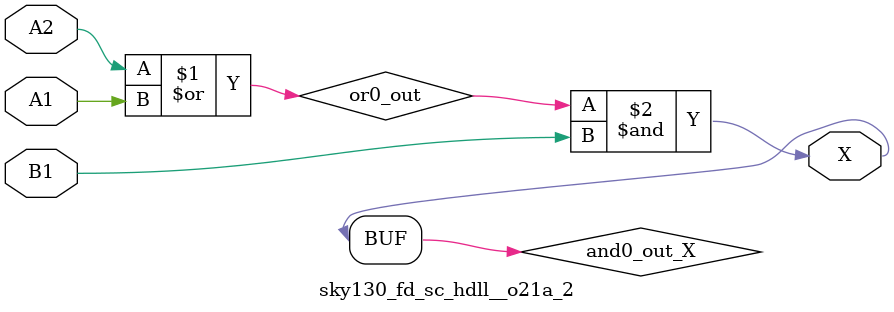
<source format=v>
/*
 * Copyright 2020 The SkyWater PDK Authors
 *
 * Licensed under the Apache License, Version 2.0 (the "License");
 * you may not use this file except in compliance with the License.
 * You may obtain a copy of the License at
 *
 *     https://www.apache.org/licenses/LICENSE-2.0
 *
 * Unless required by applicable law or agreed to in writing, software
 * distributed under the License is distributed on an "AS IS" BASIS,
 * WITHOUT WARRANTIES OR CONDITIONS OF ANY KIND, either express or implied.
 * See the License for the specific language governing permissions and
 * limitations under the License.
 *
 * SPDX-License-Identifier: Apache-2.0
*/


`ifndef SKY130_FD_SC_HDLL__O21A_2_FUNCTIONAL_V
`define SKY130_FD_SC_HDLL__O21A_2_FUNCTIONAL_V

/**
 * o21a: 2-input OR into first input of 2-input AND.
 *
 *       X = ((A1 | A2) & B1)
 *
 * Verilog simulation functional model.
 */

`timescale 1ns / 1ps
`default_nettype none

`celldefine
module sky130_fd_sc_hdll__o21a_2 (
    X ,
    A1,
    A2,
    B1
);

    // Module ports
    output X ;
    input  A1;
    input  A2;
    input  B1;

    // Local signals
    wire or0_out   ;
    wire and0_out_X;

    //  Name  Output      Other arguments
    or  or0  (or0_out   , A2, A1         );
    and and0 (and0_out_X, or0_out, B1    );
    buf buf0 (X         , and0_out_X     );

endmodule
`endcelldefine

`default_nettype wire
`endif  // SKY130_FD_SC_HDLL__O21A_2_FUNCTIONAL_V

</source>
